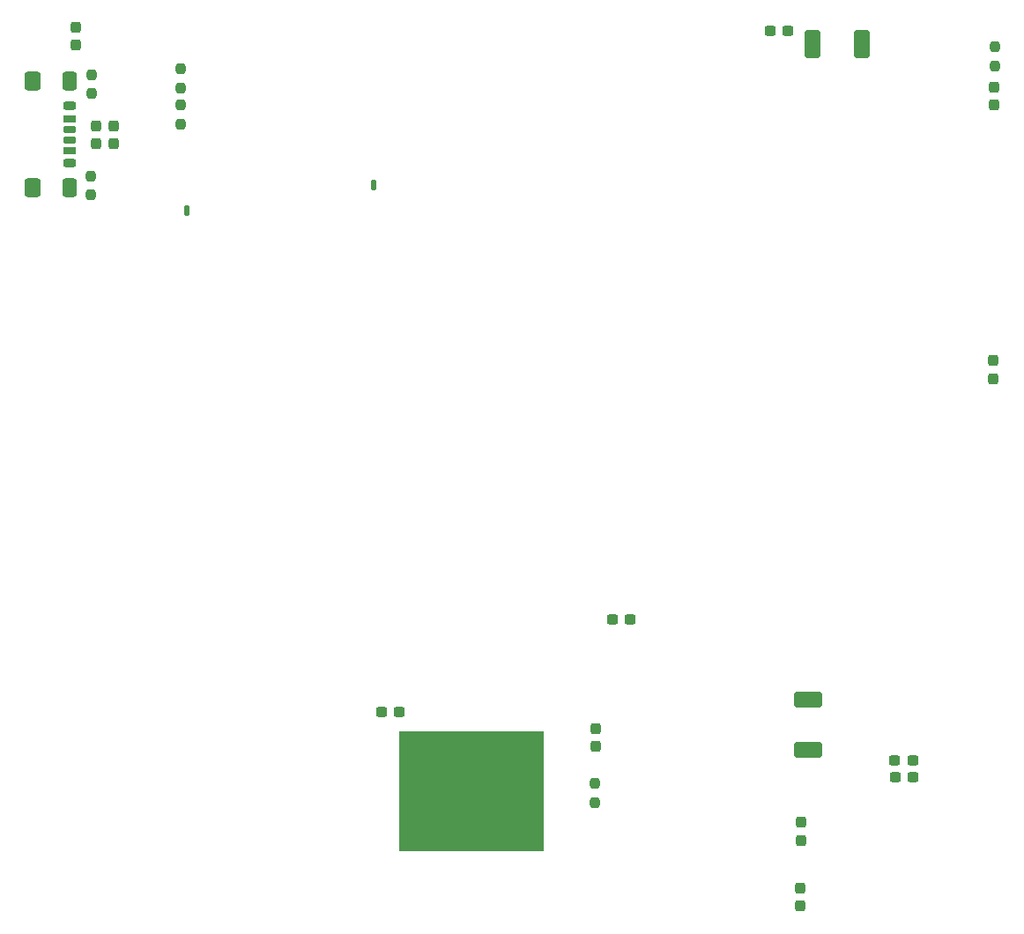
<source format=gbr>
%TF.GenerationSoftware,KiCad,Pcbnew,7.0.9*%
%TF.CreationDate,2024-02-07T01:21:47+02:00*%
%TF.ProjectId,W65C02Computer,57363543-3032-4436-9f6d-70757465722e,rev?*%
%TF.SameCoordinates,Original*%
%TF.FileFunction,Paste,Top*%
%TF.FilePolarity,Positive*%
%FSLAX46Y46*%
G04 Gerber Fmt 4.6, Leading zero omitted, Abs format (unit mm)*
G04 Created by KiCad (PCBNEW 7.0.9) date 2024-02-07 01:21:47*
%MOMM*%
%LPD*%
G01*
G04 APERTURE LIST*
G04 Aperture macros list*
%AMRoundRect*
0 Rectangle with rounded corners*
0 $1 Rounding radius*
0 $2 $3 $4 $5 $6 $7 $8 $9 X,Y pos of 4 corners*
0 Add a 4 corners polygon primitive as box body*
4,1,4,$2,$3,$4,$5,$6,$7,$8,$9,$2,$3,0*
0 Add four circle primitives for the rounded corners*
1,1,$1+$1,$2,$3*
1,1,$1+$1,$4,$5*
1,1,$1+$1,$6,$7*
1,1,$1+$1,$8,$9*
0 Add four rect primitives between the rounded corners*
20,1,$1+$1,$2,$3,$4,$5,0*
20,1,$1+$1,$4,$5,$6,$7,0*
20,1,$1+$1,$6,$7,$8,$9,0*
20,1,$1+$1,$8,$9,$2,$3,0*%
G04 Aperture macros list end*
%ADD10RoundRect,0.237500X-0.237500X0.250000X-0.237500X-0.250000X0.237500X-0.250000X0.237500X0.250000X0*%
%ADD11RoundRect,0.237500X0.237500X-0.300000X0.237500X0.300000X-0.237500X0.300000X-0.237500X-0.300000X0*%
%ADD12RoundRect,0.237500X0.237500X-0.250000X0.237500X0.250000X-0.237500X0.250000X-0.237500X-0.250000X0*%
%ADD13R,14.000000X11.500000*%
%ADD14RoundRect,0.237500X0.300000X0.237500X-0.300000X0.237500X-0.300000X-0.237500X0.300000X-0.237500X0*%
%ADD15RoundRect,0.237500X-0.300000X-0.237500X0.300000X-0.237500X0.300000X0.237500X-0.300000X0.237500X0*%
%ADD16RoundRect,0.125000X-0.125000X-0.375000X0.125000X-0.375000X0.125000X0.375000X-0.125000X0.375000X0*%
%ADD17RoundRect,0.250000X-1.100000X0.500000X-1.100000X-0.500000X1.100000X-0.500000X1.100000X0.500000X0*%
%ADD18RoundRect,0.237500X-0.237500X0.300000X-0.237500X-0.300000X0.237500X-0.300000X0.237500X0.300000X0*%
%ADD19RoundRect,0.250000X-0.500000X-1.100000X0.500000X-1.100000X0.500000X1.100000X-0.500000X1.100000X0*%
%ADD20RoundRect,0.175000X-0.425000X0.175000X-0.425000X-0.175000X0.425000X-0.175000X0.425000X0.175000X0*%
%ADD21RoundRect,0.190000X0.410000X-0.190000X0.410000X0.190000X-0.410000X0.190000X-0.410000X-0.190000X0*%
%ADD22RoundRect,0.200000X0.400000X-0.200000X0.400000X0.200000X-0.400000X0.200000X-0.400000X-0.200000X0*%
%ADD23RoundRect,0.175000X0.425000X-0.175000X0.425000X0.175000X-0.425000X0.175000X-0.425000X-0.175000X0*%
%ADD24RoundRect,0.190000X-0.410000X0.190000X-0.410000X-0.190000X0.410000X-0.190000X0.410000X0.190000X0*%
%ADD25RoundRect,0.200000X-0.400000X0.200000X-0.400000X-0.200000X0.400000X-0.200000X0.400000X0.200000X0*%
%ADD26RoundRect,0.250000X-0.425000X0.650000X-0.425000X-0.650000X0.425000X-0.650000X0.425000X0.650000X0*%
%ADD27RoundRect,0.250000X-0.500000X0.650000X-0.500000X-0.650000X0.500000X-0.650000X0.500000X0.650000X0*%
G04 APERTURE END LIST*
D10*
%TO.C,R1*%
X247080000Y-40107500D03*
X247080000Y-41932500D03*
%TD*%
D11*
%TO.C,C8*%
X208750000Y-107342500D03*
X208750000Y-105617500D03*
%TD*%
%TO.C,C7*%
X158780000Y-39942500D03*
X158780000Y-38217500D03*
%TD*%
D12*
%TO.C,R7*%
X160310000Y-44577500D03*
X160310000Y-42752500D03*
%TD*%
D10*
%TO.C,R6*%
X160260000Y-52512500D03*
X160260000Y-54337500D03*
%TD*%
D13*
%TO.C,Y1*%
X196810000Y-111630000D03*
%TD*%
D14*
%TO.C,C10*%
X227212500Y-38600000D03*
X225487500Y-38600000D03*
%TD*%
D15*
%TO.C,C9*%
X210327500Y-95160000D03*
X212052500Y-95160000D03*
%TD*%
D11*
%TO.C,C6*%
X228445000Y-116347500D03*
X228445000Y-114622500D03*
%TD*%
D16*
%TO.C,*%
X169450000Y-55850000D03*
%TD*%
D11*
%TO.C,C1*%
X247010000Y-45712500D03*
X247010000Y-43987500D03*
%TD*%
D15*
%TO.C,C9*%
X188177500Y-104010000D03*
X189902500Y-104010000D03*
%TD*%
D17*
%TO.C,D2*%
X229180000Y-102832500D03*
X229180000Y-107632500D03*
%TD*%
D15*
%TO.C,C3*%
X237492500Y-110305000D03*
X239217500Y-110305000D03*
%TD*%
D18*
%TO.C,C9*%
X160707500Y-47672500D03*
X160707500Y-49397500D03*
%TD*%
%TO.C,C9*%
X162420000Y-47697500D03*
X162420000Y-49422500D03*
%TD*%
D12*
%TO.C,R2*%
X168860000Y-44042500D03*
X168860000Y-42217500D03*
%TD*%
D15*
%TO.C,C4*%
X237482500Y-108655000D03*
X239207500Y-108655000D03*
%TD*%
D16*
%TO.C,*%
X187400000Y-53350000D03*
%TD*%
D10*
%TO.C,R4*%
X208680000Y-110880000D03*
X208680000Y-112705000D03*
%TD*%
D12*
%TO.C,R3*%
X168860000Y-47512500D03*
X168860000Y-45687500D03*
%TD*%
D11*
%TO.C,C5*%
X228395000Y-122667500D03*
X228395000Y-120942500D03*
%TD*%
D19*
%TO.C,D1*%
X229532500Y-39830000D03*
X234332500Y-39830000D03*
%TD*%
D11*
%TO.C,C2*%
X246970000Y-71992500D03*
X246970000Y-70267500D03*
%TD*%
D20*
%TO.C,J9*%
X158240000Y-48035000D03*
D21*
X158240000Y-50055000D03*
D22*
X158240000Y-51285000D03*
D23*
X158240000Y-49035000D03*
D24*
X158240000Y-47015000D03*
D25*
X158240000Y-45785000D03*
D26*
X158185000Y-43410000D03*
D27*
X154605000Y-43410000D03*
D26*
X158185000Y-53660000D03*
D27*
X154605000Y-53660000D03*
%TD*%
M02*

</source>
